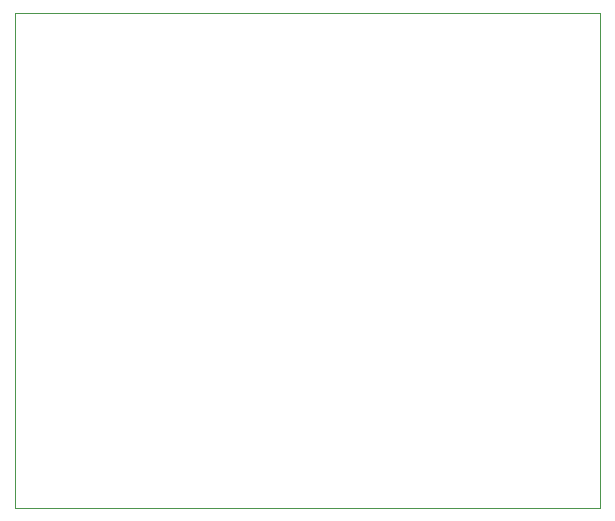
<source format=gbr>
%TF.GenerationSoftware,KiCad,Pcbnew,(5.1.10-1-10_14)*%
%TF.CreationDate,2021-11-05T22:23:08-04:00*%
%TF.ProjectId,UI Schematic,55492053-6368-4656-9d61-7469632e6b69,rev?*%
%TF.SameCoordinates,Original*%
%TF.FileFunction,Profile,NP*%
%FSLAX46Y46*%
G04 Gerber Fmt 4.6, Leading zero omitted, Abs format (unit mm)*
G04 Created by KiCad (PCBNEW (5.1.10-1-10_14)) date 2021-11-05 22:23:08*
%MOMM*%
%LPD*%
G01*
G04 APERTURE LIST*
%TA.AperFunction,Profile*%
%ADD10C,0.100000*%
%TD*%
G04 APERTURE END LIST*
D10*
X95250000Y-106680000D02*
X144780000Y-106680000D01*
X95250000Y-64770000D02*
X95250000Y-106680000D01*
X144780000Y-64770000D02*
X95250000Y-64770000D01*
X144780000Y-106680000D02*
X144780000Y-64770000D01*
M02*

</source>
